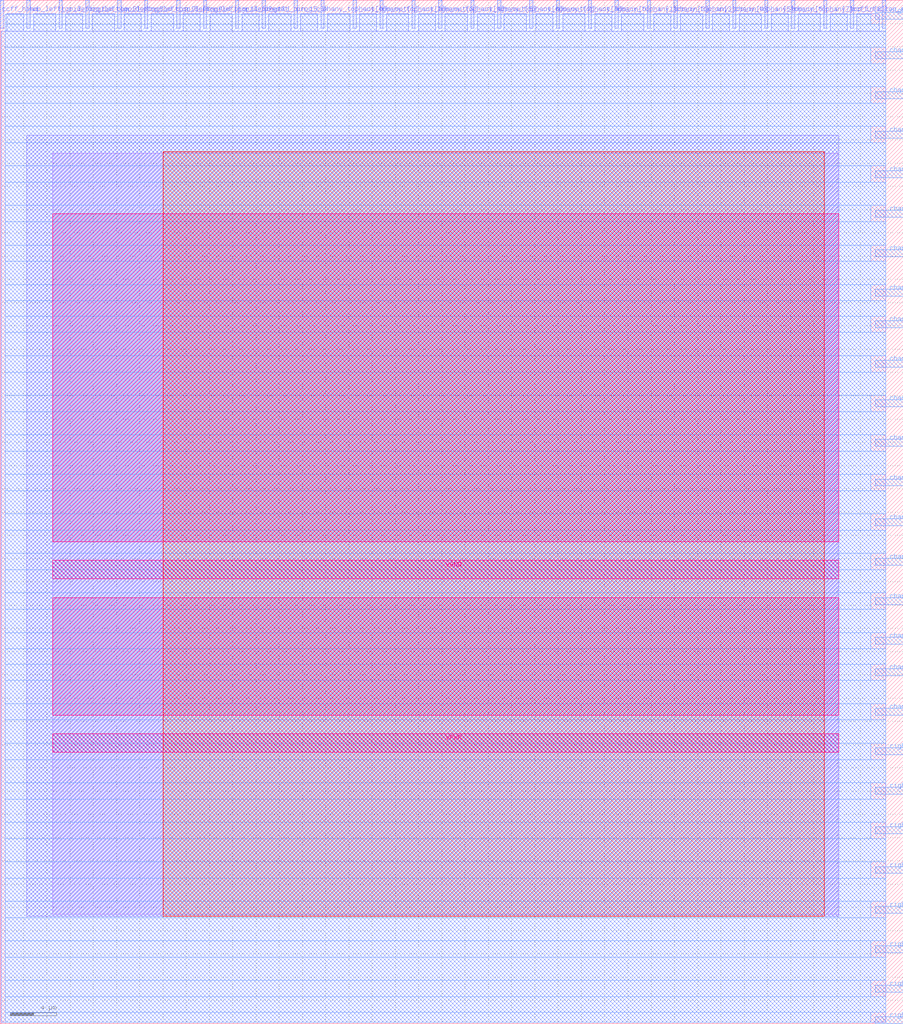
<source format=lef>
VERSION 5.7 ;
  NOWIREEXTENSIONATPIN ON ;
  DIVIDERCHAR "/" ;
  BUSBITCHARS "[]" ;
MACRO sb_0__0_
  CLASS BLOCK ;
  FOREIGN sb_0__0_ ;
  ORIGIN 0.000 0.000 ;
  SIZE 77.690 BY 88.020 ;
  PIN ccff_head
    DIRECTION INPUT ;
    PORT
      LAYER met2 ;
        RECT 0.000 85.620 0.280 88.020 ;
    END
  END ccff_head
  PIN ccff_tail
    DIRECTION OUTPUT TRISTATE ;
    PORT
      LAYER met2 ;
        RECT 73.140 85.620 73.420 88.020 ;
    END
  END ccff_tail
  PIN chanx_right_in[0]
    DIRECTION INPUT ;
    PORT
      LAYER met3 ;
        RECT 75.290 56.440 77.690 57.040 ;
    END
  END chanx_right_in[0]
  PIN chanx_right_in[1]
    DIRECTION INPUT ;
    PORT
      LAYER met3 ;
        RECT 75.290 59.840 77.690 60.440 ;
    END
  END chanx_right_in[1]
  PIN chanx_right_in[2]
    DIRECTION INPUT ;
    PORT
      LAYER met3 ;
        RECT 75.290 62.560 77.690 63.160 ;
    END
  END chanx_right_in[2]
  PIN chanx_right_in[3]
    DIRECTION INPUT ;
    PORT
      LAYER met3 ;
        RECT 75.290 65.960 77.690 66.560 ;
    END
  END chanx_right_in[3]
  PIN chanx_right_in[4]
    DIRECTION INPUT ;
    PORT
      LAYER met3 ;
        RECT 75.290 69.360 77.690 69.960 ;
    END
  END chanx_right_in[4]
  PIN chanx_right_in[5]
    DIRECTION INPUT ;
    PORT
      LAYER met3 ;
        RECT 75.290 72.760 77.690 73.360 ;
    END
  END chanx_right_in[5]
  PIN chanx_right_in[6]
    DIRECTION INPUT ;
    PORT
      LAYER met3 ;
        RECT 75.290 76.160 77.690 76.760 ;
    END
  END chanx_right_in[6]
  PIN chanx_right_in[7]
    DIRECTION INPUT ;
    PORT
      LAYER met3 ;
        RECT 75.290 79.560 77.690 80.160 ;
    END
  END chanx_right_in[7]
  PIN chanx_right_in[8]
    DIRECTION INPUT ;
    PORT
      LAYER met3 ;
        RECT 75.290 82.960 77.690 83.560 ;
    END
  END chanx_right_in[8]
  PIN chanx_right_out[0]
    DIRECTION OUTPUT TRISTATE ;
    PORT
      LAYER met3 ;
        RECT 75.290 26.520 77.690 27.120 ;
    END
  END chanx_right_out[0]
  PIN chanx_right_out[1]
    DIRECTION OUTPUT TRISTATE ;
    PORT
      LAYER met3 ;
        RECT 75.290 29.920 77.690 30.520 ;
    END
  END chanx_right_out[1]
  PIN chanx_right_out[2]
    DIRECTION OUTPUT TRISTATE ;
    PORT
      LAYER met3 ;
        RECT 75.290 32.640 77.690 33.240 ;
    END
  END chanx_right_out[2]
  PIN chanx_right_out[3]
    DIRECTION OUTPUT TRISTATE ;
    PORT
      LAYER met3 ;
        RECT 75.290 36.040 77.690 36.640 ;
    END
  END chanx_right_out[3]
  PIN chanx_right_out[4]
    DIRECTION OUTPUT TRISTATE ;
    PORT
      LAYER met3 ;
        RECT 75.290 39.440 77.690 40.040 ;
    END
  END chanx_right_out[4]
  PIN chanx_right_out[5]
    DIRECTION OUTPUT TRISTATE ;
    PORT
      LAYER met3 ;
        RECT 75.290 42.840 77.690 43.440 ;
    END
  END chanx_right_out[5]
  PIN chanx_right_out[6]
    DIRECTION OUTPUT TRISTATE ;
    PORT
      LAYER met3 ;
        RECT 75.290 46.240 77.690 46.840 ;
    END
  END chanx_right_out[6]
  PIN chanx_right_out[7]
    DIRECTION OUTPUT TRISTATE ;
    PORT
      LAYER met3 ;
        RECT 75.290 49.640 77.690 50.240 ;
    END
  END chanx_right_out[7]
  PIN chanx_right_out[8]
    DIRECTION OUTPUT TRISTATE ;
    PORT
      LAYER met3 ;
        RECT 75.290 53.040 77.690 53.640 ;
    END
  END chanx_right_out[8]
  PIN chany_top_in[0]
    DIRECTION INPUT ;
    PORT
      LAYER met2 ;
        RECT 50.600 85.620 50.880 88.020 ;
    END
  END chany_top_in[0]
  PIN chany_top_in[1]
    DIRECTION INPUT ;
    PORT
      LAYER met2 ;
        RECT 52.900 85.620 53.180 88.020 ;
    END
  END chany_top_in[1]
  PIN chany_top_in[2]
    DIRECTION INPUT ;
    PORT
      LAYER met2 ;
        RECT 55.660 85.620 55.940 88.020 ;
    END
  END chany_top_in[2]
  PIN chany_top_in[3]
    DIRECTION INPUT ;
    PORT
      LAYER met2 ;
        RECT 57.960 85.620 58.240 88.020 ;
    END
  END chany_top_in[3]
  PIN chany_top_in[4]
    DIRECTION INPUT ;
    PORT
      LAYER met2 ;
        RECT 60.720 85.620 61.000 88.020 ;
    END
  END chany_top_in[4]
  PIN chany_top_in[5]
    DIRECTION INPUT ;
    PORT
      LAYER met2 ;
        RECT 63.020 85.620 63.300 88.020 ;
    END
  END chany_top_in[5]
  PIN chany_top_in[6]
    DIRECTION INPUT ;
    PORT
      LAYER met2 ;
        RECT 65.780 85.620 66.060 88.020 ;
    END
  END chany_top_in[6]
  PIN chany_top_in[7]
    DIRECTION INPUT ;
    PORT
      LAYER met2 ;
        RECT 68.080 85.620 68.360 88.020 ;
    END
  END chany_top_in[7]
  PIN chany_top_in[8]
    DIRECTION INPUT ;
    PORT
      LAYER met2 ;
        RECT 70.840 85.620 71.120 88.020 ;
    END
  END chany_top_in[8]
  PIN chany_top_out[0]
    DIRECTION OUTPUT TRISTATE ;
    PORT
      LAYER met2 ;
        RECT 27.600 85.620 27.880 88.020 ;
    END
  END chany_top_out[0]
  PIN chany_top_out[1]
    DIRECTION OUTPUT TRISTATE ;
    PORT
      LAYER met2 ;
        RECT 30.360 85.620 30.640 88.020 ;
    END
  END chany_top_out[1]
  PIN chany_top_out[2]
    DIRECTION OUTPUT TRISTATE ;
    PORT
      LAYER met2 ;
        RECT 32.660 85.620 32.940 88.020 ;
    END
  END chany_top_out[2]
  PIN chany_top_out[3]
    DIRECTION OUTPUT TRISTATE ;
    PORT
      LAYER met2 ;
        RECT 35.420 85.620 35.700 88.020 ;
    END
  END chany_top_out[3]
  PIN chany_top_out[4]
    DIRECTION OUTPUT TRISTATE ;
    PORT
      LAYER met2 ;
        RECT 37.720 85.620 38.000 88.020 ;
    END
  END chany_top_out[4]
  PIN chany_top_out[5]
    DIRECTION OUTPUT TRISTATE ;
    PORT
      LAYER met2 ;
        RECT 40.480 85.620 40.760 88.020 ;
    END
  END chany_top_out[5]
  PIN chany_top_out[6]
    DIRECTION OUTPUT TRISTATE ;
    PORT
      LAYER met2 ;
        RECT 42.780 85.620 43.060 88.020 ;
    END
  END chany_top_out[6]
  PIN chany_top_out[7]
    DIRECTION OUTPUT TRISTATE ;
    PORT
      LAYER met2 ;
        RECT 45.540 85.620 45.820 88.020 ;
    END
  END chany_top_out[7]
  PIN chany_top_out[8]
    DIRECTION OUTPUT TRISTATE ;
    PORT
      LAYER met2 ;
        RECT 47.840 85.620 48.120 88.020 ;
    END
  END chany_top_out[8]
  PIN pReset
    DIRECTION INPUT ;
    PORT
      LAYER met2 ;
        RECT 22.540 85.620 22.820 88.020 ;
    END
  END pReset
  PIN prog_clk
    DIRECTION INPUT ;
    PORT
      LAYER met2 ;
        RECT 25.300 85.620 25.580 88.020 ;
    END
  END prog_clk
  PIN right_bottom_grid_pin_11_
    DIRECTION INPUT ;
    PORT
      LAYER met3 ;
        RECT 75.290 16.320 77.690 16.920 ;
    END
  END right_bottom_grid_pin_11_
  PIN right_bottom_grid_pin_13_
    DIRECTION INPUT ;
    PORT
      LAYER met3 ;
        RECT 75.290 19.720 77.690 20.320 ;
    END
  END right_bottom_grid_pin_13_
  PIN right_bottom_grid_pin_15_
    DIRECTION INPUT ;
    PORT
      LAYER met3 ;
        RECT 75.290 23.120 77.690 23.720 ;
    END
  END right_bottom_grid_pin_15_
  PIN right_bottom_grid_pin_1_
    DIRECTION INPUT ;
    PORT
      LAYER met3 ;
        RECT 75.290 0.000 77.690 0.600 ;
    END
  END right_bottom_grid_pin_1_
  PIN right_bottom_grid_pin_3_
    DIRECTION INPUT ;
    PORT
      LAYER met3 ;
        RECT 75.290 2.720 77.690 3.320 ;
    END
  END right_bottom_grid_pin_3_
  PIN right_bottom_grid_pin_5_
    DIRECTION INPUT ;
    PORT
      LAYER met3 ;
        RECT 75.290 6.120 77.690 6.720 ;
    END
  END right_bottom_grid_pin_5_
  PIN right_bottom_grid_pin_7_
    DIRECTION INPUT ;
    PORT
      LAYER met3 ;
        RECT 75.290 9.520 77.690 10.120 ;
    END
  END right_bottom_grid_pin_7_
  PIN right_bottom_grid_pin_9_
    DIRECTION INPUT ;
    PORT
      LAYER met3 ;
        RECT 75.290 12.920 77.690 13.520 ;
    END
  END right_bottom_grid_pin_9_
  PIN right_top_grid_pin_10_
    DIRECTION INPUT ;
    PORT
      LAYER met3 ;
        RECT 75.290 86.360 77.690 86.960 ;
    END
  END right_top_grid_pin_10_
  PIN top_left_grid_pin_11_
    DIRECTION INPUT ;
    PORT
      LAYER met2 ;
        RECT 15.180 85.620 15.460 88.020 ;
    END
  END top_left_grid_pin_11_
  PIN top_left_grid_pin_13_
    DIRECTION INPUT ;
    PORT
      LAYER met2 ;
        RECT 17.480 85.620 17.760 88.020 ;
    END
  END top_left_grid_pin_13_
  PIN top_left_grid_pin_15_
    DIRECTION INPUT ;
    PORT
      LAYER met2 ;
        RECT 20.240 85.620 20.520 88.020 ;
    END
  END top_left_grid_pin_15_
  PIN top_left_grid_pin_1_
    DIRECTION INPUT ;
    PORT
      LAYER met2 ;
        RECT 2.300 85.620 2.580 88.020 ;
    END
  END top_left_grid_pin_1_
  PIN top_left_grid_pin_3_
    DIRECTION INPUT ;
    PORT
      LAYER met2 ;
        RECT 5.060 85.620 5.340 88.020 ;
    END
  END top_left_grid_pin_3_
  PIN top_left_grid_pin_5_
    DIRECTION INPUT ;
    PORT
      LAYER met2 ;
        RECT 7.360 85.620 7.640 88.020 ;
    END
  END top_left_grid_pin_5_
  PIN top_left_grid_pin_7_
    DIRECTION INPUT ;
    PORT
      LAYER met2 ;
        RECT 10.120 85.620 10.400 88.020 ;
    END
  END top_left_grid_pin_7_
  PIN top_left_grid_pin_9_
    DIRECTION INPUT ;
    PORT
      LAYER met2 ;
        RECT 12.420 85.620 12.700 88.020 ;
    END
  END top_left_grid_pin_9_
  PIN top_right_grid_pin_11_
    DIRECTION INPUT ;
    PORT
      LAYER met2 ;
        RECT 75.900 85.620 76.180 88.020 ;
    END
  END top_right_grid_pin_11_
  PIN VPWR
    DIRECTION INPUT ;
    USE POWER ;
    PORT
      LAYER met5 ;
        RECT 4.510 23.345 72.130 24.945 ;
    END
  END VPWR
  PIN VGND
    DIRECTION INPUT ;
    USE GROUND ;
    PORT
      LAYER met5 ;
        RECT 4.510 38.245 72.130 39.845 ;
    END
  END VGND
  OBS
      LAYER li1 ;
        RECT 4.510 9.395 72.130 74.845 ;
      LAYER met1 ;
        RECT 2.280 9.240 72.130 76.420 ;
      LAYER met2 ;
        RECT 0.560 85.340 2.020 86.845 ;
        RECT 2.860 85.340 4.780 86.845 ;
        RECT 5.620 85.340 7.080 86.845 ;
        RECT 7.920 85.340 9.840 86.845 ;
        RECT 10.680 85.340 12.140 86.845 ;
        RECT 12.980 85.340 14.900 86.845 ;
        RECT 15.740 85.340 17.200 86.845 ;
        RECT 18.040 85.340 19.960 86.845 ;
        RECT 20.800 85.340 22.260 86.845 ;
        RECT 23.100 85.340 25.020 86.845 ;
        RECT 25.860 85.340 27.320 86.845 ;
        RECT 28.160 85.340 30.080 86.845 ;
        RECT 30.920 85.340 32.380 86.845 ;
        RECT 33.220 85.340 35.140 86.845 ;
        RECT 35.980 85.340 37.440 86.845 ;
        RECT 38.280 85.340 40.200 86.845 ;
        RECT 41.040 85.340 42.500 86.845 ;
        RECT 43.340 85.340 45.260 86.845 ;
        RECT 46.100 85.340 47.560 86.845 ;
        RECT 48.400 85.340 50.320 86.845 ;
        RECT 51.160 85.340 52.620 86.845 ;
        RECT 53.460 85.340 55.380 86.845 ;
        RECT 56.220 85.340 57.680 86.845 ;
        RECT 58.520 85.340 60.440 86.845 ;
        RECT 61.280 85.340 62.740 86.845 ;
        RECT 63.580 85.340 65.500 86.845 ;
        RECT 66.340 85.340 67.800 86.845 ;
        RECT 68.640 85.340 70.560 86.845 ;
        RECT 71.400 85.340 72.860 86.845 ;
        RECT 73.700 85.340 75.620 86.845 ;
        RECT 0.070 0.115 76.180 85.340 ;
      LAYER met3 ;
        RECT 0.435 85.960 74.890 86.825 ;
        RECT 0.435 83.960 76.205 85.960 ;
        RECT 0.435 82.560 74.890 83.960 ;
        RECT 0.435 80.560 76.205 82.560 ;
        RECT 0.435 79.160 74.890 80.560 ;
        RECT 0.435 77.160 76.205 79.160 ;
        RECT 0.435 75.760 74.890 77.160 ;
        RECT 0.435 73.760 76.205 75.760 ;
        RECT 0.435 72.360 74.890 73.760 ;
        RECT 0.435 70.360 76.205 72.360 ;
        RECT 0.435 68.960 74.890 70.360 ;
        RECT 0.435 66.960 76.205 68.960 ;
        RECT 0.435 65.560 74.890 66.960 ;
        RECT 0.435 63.560 76.205 65.560 ;
        RECT 0.435 62.160 74.890 63.560 ;
        RECT 0.435 60.840 76.205 62.160 ;
        RECT 0.435 59.440 74.890 60.840 ;
        RECT 0.435 57.440 76.205 59.440 ;
        RECT 0.435 56.040 74.890 57.440 ;
        RECT 0.435 54.040 76.205 56.040 ;
        RECT 0.435 52.640 74.890 54.040 ;
        RECT 0.435 50.640 76.205 52.640 ;
        RECT 0.435 49.240 74.890 50.640 ;
        RECT 0.435 47.240 76.205 49.240 ;
        RECT 0.435 45.840 74.890 47.240 ;
        RECT 0.435 43.840 76.205 45.840 ;
        RECT 0.435 42.440 74.890 43.840 ;
        RECT 0.435 40.440 76.205 42.440 ;
        RECT 0.435 39.040 74.890 40.440 ;
        RECT 0.435 37.040 76.205 39.040 ;
        RECT 0.435 35.640 74.890 37.040 ;
        RECT 0.435 33.640 76.205 35.640 ;
        RECT 0.435 32.240 74.890 33.640 ;
        RECT 0.435 30.920 76.205 32.240 ;
        RECT 0.435 29.520 74.890 30.920 ;
        RECT 0.435 27.520 76.205 29.520 ;
        RECT 0.435 26.120 74.890 27.520 ;
        RECT 0.435 24.120 76.205 26.120 ;
        RECT 0.435 22.720 74.890 24.120 ;
        RECT 0.435 20.720 76.205 22.720 ;
        RECT 0.435 19.320 74.890 20.720 ;
        RECT 0.435 17.320 76.205 19.320 ;
        RECT 0.435 15.920 74.890 17.320 ;
        RECT 0.435 13.920 76.205 15.920 ;
        RECT 0.435 12.520 74.890 13.920 ;
        RECT 0.435 10.520 76.205 12.520 ;
        RECT 0.435 9.120 74.890 10.520 ;
        RECT 0.435 7.120 76.205 9.120 ;
        RECT 0.435 5.720 74.890 7.120 ;
        RECT 0.435 3.720 76.205 5.720 ;
        RECT 0.435 2.320 74.890 3.720 ;
        RECT 0.435 1.000 76.205 2.320 ;
        RECT 0.435 0.135 74.890 1.000 ;
      LAYER met4 ;
        RECT 14.005 9.240 70.890 75.000 ;
      LAYER met5 ;
        RECT 4.510 41.445 72.130 69.650 ;
        RECT 4.510 26.545 72.130 36.645 ;
  END
END sb_0__0_
END LIBRARY


</source>
